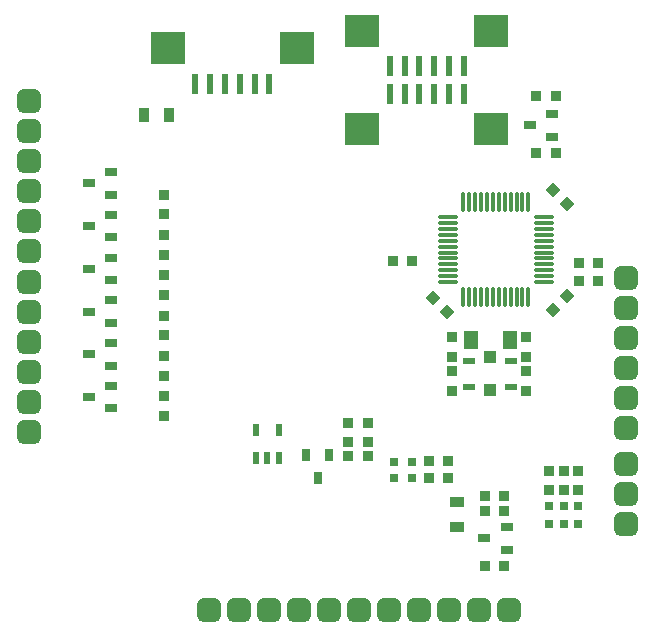
<source format=gtp>
G04*
G04 #@! TF.GenerationSoftware,Altium Limited,Altium Designer,18.1.9 (240)*
G04*
G04 Layer_Color=8421504*
%FSLAX25Y25*%
%MOIN*%
G70*
G01*
G75*
%ADD22R,0.03500X0.03500*%
G04:AMPARAMS|DCode=23|XSize=78.74mil|YSize=78.74mil|CornerRadius=19.68mil|HoleSize=0mil|Usage=FLASHONLY|Rotation=0.000|XOffset=0mil|YOffset=0mil|HoleType=Round|Shape=RoundedRectangle|*
%AMROUNDEDRECTD23*
21,1,0.07874,0.03937,0,0,0.0*
21,1,0.03937,0.07874,0,0,0.0*
1,1,0.03937,0.01968,-0.01968*
1,1,0.03937,-0.01968,-0.01968*
1,1,0.03937,-0.01968,0.01968*
1,1,0.03937,0.01968,0.01968*
%
%ADD23ROUNDEDRECTD23*%
%ADD24R,0.03150X0.03150*%
%ADD25O,0.01181X0.06693*%
%ADD26O,0.06693X0.01181*%
%ADD27R,0.03500X0.03500*%
%ADD28R,0.02362X0.06693*%
G04:AMPARAMS|DCode=29|XSize=78.74mil|YSize=78.74mil|CornerRadius=19.68mil|HoleSize=0mil|Usage=FLASHONLY|Rotation=90.000|XOffset=0mil|YOffset=0mil|HoleType=Round|Shape=RoundedRectangle|*
%AMROUNDEDRECTD29*
21,1,0.07874,0.03937,0,0,90.0*
21,1,0.03937,0.07874,0,0,90.0*
1,1,0.03937,0.01968,0.01968*
1,1,0.03937,0.01968,-0.01968*
1,1,0.03937,-0.01968,-0.01968*
1,1,0.03937,-0.01968,0.01968*
%
%ADD29ROUNDEDRECTD29*%
%ADD30R,0.11811X0.10630*%
%ADD31R,0.05118X0.03347*%
%ADD32R,0.02362X0.04331*%
%ADD33R,0.03150X0.03937*%
%ADD34R,0.03937X0.03150*%
%ADD35R,0.03347X0.05118*%
%ADD36P,0.04950X4X90.0*%
%ADD37P,0.04950X4X360.0*%
%ADD38R,0.04724X0.05906*%
%ADD39R,0.03937X0.03937*%
%ADD40R,0.03937X0.02362*%
%ADD41R,0.03150X0.03150*%
D22*
X559726Y305700D02*
D03*
X566226D02*
D03*
Y324900D02*
D03*
X559726D02*
D03*
X523850Y203084D02*
D03*
X530350D02*
D03*
X503650Y209442D02*
D03*
X497150D02*
D03*
Y215700D02*
D03*
X503650D02*
D03*
X530350Y197600D02*
D03*
X523850D02*
D03*
X497150Y204916D02*
D03*
X503650D02*
D03*
X573950Y263133D02*
D03*
X580450D02*
D03*
X573950Y269165D02*
D03*
X580450D02*
D03*
X518350Y269700D02*
D03*
X511850D02*
D03*
X549043Y186300D02*
D03*
X542543D02*
D03*
X542543Y168000D02*
D03*
X549043D02*
D03*
X549043Y191572D02*
D03*
X542543D02*
D03*
D23*
X390600Y323200D02*
D03*
Y313200D02*
D03*
Y303200D02*
D03*
Y293200D02*
D03*
Y283200D02*
D03*
Y273200D02*
D03*
X589800Y264000D02*
D03*
Y254000D02*
D03*
Y244000D02*
D03*
Y234000D02*
D03*
Y224000D02*
D03*
Y214000D02*
D03*
X390600Y262900D02*
D03*
Y252900D02*
D03*
Y242900D02*
D03*
Y232900D02*
D03*
Y222900D02*
D03*
Y212900D02*
D03*
X589800Y202000D02*
D03*
Y192000D02*
D03*
Y182000D02*
D03*
D24*
X518400Y202884D02*
D03*
X512495D02*
D03*
X518400Y197400D02*
D03*
X512495D02*
D03*
D25*
X537442Y257655D02*
D03*
X539410D02*
D03*
X541379D02*
D03*
X551221Y289545D02*
D03*
X553190D02*
D03*
X555158D02*
D03*
Y257655D02*
D03*
X553190D02*
D03*
X535473D02*
D03*
X543347D02*
D03*
X545316D02*
D03*
X547284D02*
D03*
X549253D02*
D03*
X551221D02*
D03*
X557127D02*
D03*
Y289545D02*
D03*
X549253D02*
D03*
X547284D02*
D03*
X545316D02*
D03*
X543347D02*
D03*
X541379D02*
D03*
X539410D02*
D03*
X537442D02*
D03*
X535473D02*
D03*
D26*
X530355Y266710D02*
D03*
Y268679D02*
D03*
X562245Y278521D02*
D03*
Y280490D02*
D03*
X530355Y276553D02*
D03*
Y272616D02*
D03*
Y274584D02*
D03*
Y278521D02*
D03*
X562245Y262773D02*
D03*
Y264742D02*
D03*
Y266710D02*
D03*
Y268679D02*
D03*
Y270647D02*
D03*
Y272616D02*
D03*
Y274584D02*
D03*
Y276553D02*
D03*
Y282458D02*
D03*
Y284427D02*
D03*
X530355D02*
D03*
Y282458D02*
D03*
Y280490D02*
D03*
Y270647D02*
D03*
Y264742D02*
D03*
Y262773D02*
D03*
D27*
X563981Y193300D02*
D03*
X568902D02*
D03*
X573701D02*
D03*
X435600Y218150D02*
D03*
Y224650D02*
D03*
Y245030D02*
D03*
Y251530D02*
D03*
Y258470D02*
D03*
Y264970D02*
D03*
Y271910D02*
D03*
Y278410D02*
D03*
Y285350D02*
D03*
Y291850D02*
D03*
Y231590D02*
D03*
Y238090D02*
D03*
X556385Y244450D02*
D03*
Y237950D02*
D03*
X531785Y244450D02*
D03*
Y237950D02*
D03*
Y226550D02*
D03*
Y233050D02*
D03*
X573701Y199800D02*
D03*
X568902D02*
D03*
X563981D02*
D03*
X556385Y226550D02*
D03*
Y233050D02*
D03*
D28*
X520800Y334800D02*
D03*
X525721D02*
D03*
X510957Y325500D02*
D03*
X535564D02*
D03*
X530643D02*
D03*
X525721D02*
D03*
X520800D02*
D03*
X515879D02*
D03*
X465842Y328826D02*
D03*
X460921D02*
D03*
X456000D02*
D03*
X451079D02*
D03*
X446158D02*
D03*
X470764D02*
D03*
X510957Y334800D02*
D03*
X515879D02*
D03*
X535564D02*
D03*
X530643D02*
D03*
D29*
Y153600D02*
D03*
X540642D02*
D03*
X550642D02*
D03*
X520600D02*
D03*
X510600D02*
D03*
X500600D02*
D03*
X490600D02*
D03*
X480600D02*
D03*
X470600D02*
D03*
X460600D02*
D03*
X450600D02*
D03*
D30*
X544816Y313689D02*
D03*
X501706D02*
D03*
X480016Y340637D02*
D03*
X436905D02*
D03*
X501706Y346611D02*
D03*
X544816D02*
D03*
D31*
X533400Y189534D02*
D03*
Y181266D02*
D03*
D32*
X466360Y203991D02*
D03*
X470100D02*
D03*
X473840D02*
D03*
Y213440D02*
D03*
X466360D02*
D03*
D33*
X486900Y197560D02*
D03*
X483160Y205040D02*
D03*
X490640D02*
D03*
D34*
X557560Y315000D02*
D03*
X565040Y318740D02*
D03*
Y311260D02*
D03*
X410560Y295651D02*
D03*
X418040Y299391D02*
D03*
Y291911D02*
D03*
X410560Y281404D02*
D03*
X418040Y285144D02*
D03*
Y277664D02*
D03*
X410560Y238663D02*
D03*
X418040Y242403D02*
D03*
Y234923D02*
D03*
X410560Y224416D02*
D03*
X418040Y228156D02*
D03*
Y220676D02*
D03*
X410560Y267157D02*
D03*
X418040Y270897D02*
D03*
Y263417D02*
D03*
X410560Y252910D02*
D03*
X418040Y256650D02*
D03*
Y249170D02*
D03*
X549833Y173560D02*
D03*
Y181040D02*
D03*
X542353Y177300D02*
D03*
D35*
X437334Y318600D02*
D03*
X429066D02*
D03*
D36*
X569898Y258198D02*
D03*
X565302Y253602D02*
D03*
D37*
X569898Y288900D02*
D03*
X565302Y293496D02*
D03*
X525402Y257498D02*
D03*
X529998Y252902D02*
D03*
D38*
X537889Y243603D02*
D03*
X550881D02*
D03*
D39*
X544385Y226688D02*
D03*
Y237712D02*
D03*
D40*
X537298Y227869D02*
D03*
X551472D02*
D03*
Y236531D02*
D03*
X537298D02*
D03*
D41*
X563981Y182194D02*
D03*
Y188100D02*
D03*
X573701D02*
D03*
Y182194D02*
D03*
X568902Y188100D02*
D03*
Y182194D02*
D03*
M02*

</source>
